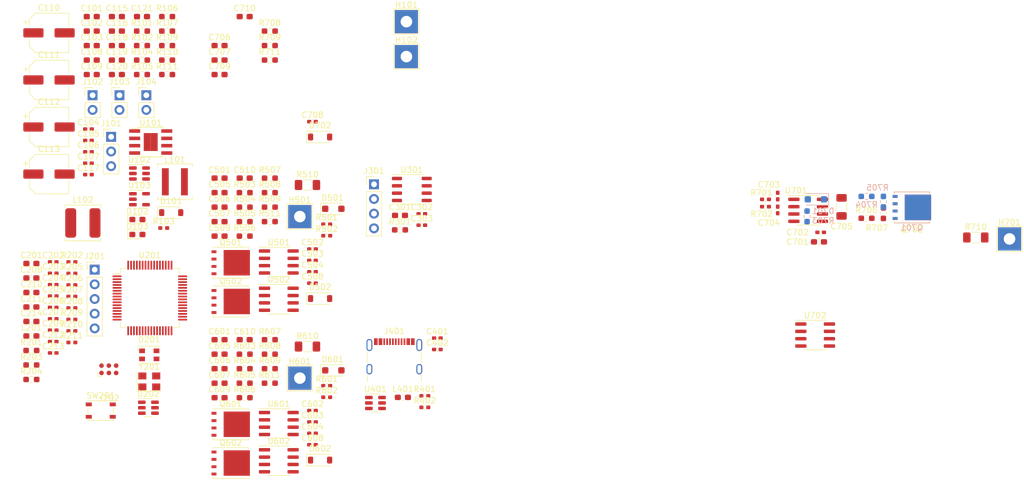
<source format=kicad_pcb>
(kicad_pcb (version 20221018) (generator pcbnew)
  (layers (0 "F.Cu" signal) (1 "In1.Cu" power) (2 "In2.Cu" power) (31 "B.Cu" signal) (34 "B.Paste" user) (35 "F.Paste" user) (36 "B.SilkS" user "B.Silkscreen") (37 "F.SilkS" user "F.Silkscreen") (38 "B.Mask" user) (39 "F.Mask" user) (44 "Edge.Cuts" user))
  (net 0 "")
  (net 1 "+BATT")
  (net 2 "GND")
  (net 3 "/Power Supply/S12_SS")
  (net 4 "Net-(C105-Pad1)")
  (net 5 "/Power Supply/S12_COMP")
  (net 6 "/Power Supply/S12_BOOT")
  (net 7 "/Power Supply/S12_PH")
  (net 8 "+12V")
  (net 9 "/Power Supply/S5_BTS")
  (net 10 "/Power Supply/S5_SW")
  (net 11 "+5VP")
  (net 12 "/Power Supply/5V_FILT")
  (net 13 "+3.3V")
  (net 14 "+3.3VA")
  (net 15 "/MCU/NRST")
  (net 16 "/MCU/VCAP1")
  (net 17 "/MCU/HSE_IN")
  (net 18 "/MCU/XTAL_IN")
  (net 19 "/MCU/TEMP")
  (net 20 "+5V")
  (net 21 "/USB/USB_VBUS")
  (net 22 "/3-Phase Bridge - Phase A/PHA_IR_HIN")
  (net 23 "/3-Phase Bridge - Phase A/PHA_IR_LIN")
  (net 24 "/3-Phase Bridge - Phase A/PHA_VB")
  (net 25 "/3-Phase Bridge - Phase A/PHA_VS")
  (net 26 "PHA_VSDIV")
  (net 27 "PHA_CF")
  (net 28 "/3-Phase Bridge - Phase B/PHB_IR_HIN")
  (net 29 "/3-Phase Bridge - Phase B/PHB_IR_LIN")
  (net 30 "/3-Phase Bridge - Phase B/PHB_VB")
  (net 31 "/3-Phase Bridge - Phase B/PHB_VS")
  (net 32 "PHB_VSDIV")
  (net 33 "PHB_CF")
  (net 34 "/3-Phase Bridge - Phase C/PHC_IR_HIN")
  (net 35 "/3-Phase Bridge - Phase C/PHC_IR_LIN")
  (net 36 "/3-Phase Bridge - Phase C/PHC_VB")
  (net 37 "/3-Phase Bridge - Phase C/PHC_VS")
  (net 38 "PHC_VSDIV")
  (net 39 "PHC_CF")
  (net 40 "/Power Supply/5V_LED_K")
  (net 41 "/Power Supply/3V3_LED_K")
  (net 42 "/MCU/RGB_R")
  (net 43 "/MCU/RGB_G")
  (net 44 "/MCU/RGB_B")
  (net 45 "/3-Phase Bridge - Phase A/PHA_VRD")
  (net 46 "/3-Phase Bridge - Phase B/PHB_VRD")
  (net 47 "/3-Phase Bridge - Phase C/PHC_VRD")
  (net 48 "/MCU/ENC_A")
  (net 49 "/MCU/ENC_B")
  (net 50 "/MCU/ENC_Z")
  (net 51 "/CAN/CANL")
  (net 52 "/CAN/CANH")
  (net 53 "/USB/USB_CC1")
  (net 54 "/USB/USB_CONN_D+")
  (net 55 "/USB/USB_CONN_D-")
  (net 57 "/USB/USB_CC2")
  (net 59 "/3-Phase Bridge - Phase A/PHA_HOUT_G")
  (net 60 "/3-Phase Bridge - Phase A/PHA_LOUT_G")
  (net 61 "/3-Phase Bridge - Phase B/PHB_HOUT_G")
  (net 62 "/3-Phase Bridge - Phase B/PHB_LOUT_G")
  (net 63 "/3-Phase Bridge - Phase C/PHC_HOUT_G")
  (net 64 "/3-Phase Bridge - Phase C/PHC_LOUT_G")
  (net 65 "/Power Supply/S12_EN")
  (net 66 "S12_VFB")
  (net 67 "/Power Supply/S5_VFB")
  (net 68 "/MCU/BOOT0")
  (net 69 "/MCU/HSE_OUT")
  (net 70 "/MCU/LED_R")
  (net 71 "/MCU/LED_G")
  (net 72 "/MCU/LED_B")
  (net 73 "/MCU/SYS_SWDCLK")
  (net 74 "/MCU/SYS_SWDIO")
  (net 75 "/MCU/SYS_SWO")
  (net 76 "PHA_HIN")
  (net 77 "PHA_LIN")
  (net 78 "/3-Phase Bridge - Phase A/PHA_HOUT")
  (net 79 "/3-Phase Bridge - Phase A/PHA_LOUT")
  (net 80 "PHA_C")
  (net 81 "PHB_HIN")
  (net 82 "PHB_LIN")
  (net 83 "/3-Phase Bridge - Phase B/PHB_HOUT")
  (net 84 "/3-Phase Bridge - Phase B/PHB_LOUT")
  (net 85 "PHB_C")
  (net 86 "PHC_HIN")
  (net 87 "PHC_LIN")
  (net 88 "/3-Phase Bridge - Phase C/PHC_HOUT")
  (net 89 "/3-Phase Bridge - Phase C/PHC_LOUT")
  (net 90 "PHC_C")
  (net 108 "USB_D-")
  (net 109 "USB_D+")
  (net 116 "CAN_RXD")
  (net 117 "CAN_TXD")
  (net 121 "/3-Phase Bridge - Phase A/PHA_PAD")
  (net 122 "/3-Phase Bridge - Phase B/PHB_PAD")
  (net 123 "/3-Phase Bridge - Phase C/PHC_PAD")
  (net 124 "/MCU/TC_SYS_SWO")
  (net 125 "/MCU/TC_SYS_SWDIO")
  (net 126 "/MCU/TC_SYS_SWDCLK")
  (net 127 "/MCU/TC_NRST")
  (footprint "Capacitor_SMD:C_0603_1608Metric_Pad1.08x0.95mm_HandSolder" (layer "F.Cu") (at 35.8527 17.8872)
    (fp_text reference "C121")
    (fp_text value "10u")
  )
  (footprint "Package_TO_SOT_SMD:TDSON-8-1" (layer "F.Cu") (at 51.2127 95.1872)
    (fp_text reference "Q602")
    (fp_text value "BSC072N08NS5")
  )
  (footprint "Capacitor_SMD:C_0402_1005Metric_Pad0.74x0.62mm_HandSolder" (layer "F.Cu") (at 65.3727 62.0772)
    (fp_text reference "C504")
    (fp_text value "100n")
  )
  (footprint "Capacitor_SMD:C_0603_1608Metric_Pad1.08x0.95mm_HandSolder" (layer "F.Cu") (at 16.7027 68.1672)
    (fp_text reference "C211")
    (fp_text value "2u2")
  )
  (footprint "Capacitor_SMD:C_0603_1608Metric_Pad1.08x0.95mm_HandSolder" (layer "F.Cu") (at 49.2827 76.3372)
    (fp_text reference "C605")
    (fp_text value "1u")
  )
  (footprint "Capacitor_SMD:C_0402_1005Metric_Pad0.74x0.62mm_HandSolder" (layer "F.Cu") (at 86.9927 73.5572)
    (fp_text reference "C401")
    (fp_text value "100n")
  )
  (footprint "TestPoint:TestPoint_THTPad_4.0x4.0mm_Drill2.0mm" (layer "F.Cu") (at 81.6356 24.8158)
    (fp_text reference "H102")
    (fp_text value "Pad")
  )
  (footprint "Capacitor_SMD:C_0402_1005Metric_Pad0.74x0.62mm_HandSolder" (layer "F.Cu") (at 145.923 51.3675 -90)
    (fp_text reference "C704")
    (fp_text value "100n")
  )
  (footprint "Package_SO:SOIC-8_3.9x4.9mm_P1.27mm" (layer "F.Cu") (at 151.195 51.435)
    (fp_text reference "U701")
    (fp_text value "IR2181S")
  )
  (footprint "Resistor_SMD:R_0603_1608Metric_Pad0.98x0.95mm_HandSolder" (layer "F.Cu") (at 53.6327 76.3372)
    (fp_text reference "R603")
    (fp_text value "30R1")
  )
  (footprint "Capacitor_SMD:C_0603_1608Metric_Pad1.08x0.95mm_HandSolder" (layer "F.Cu") (at 16.7027 65.6572)
    (fp_text reference "C210")
    (fp_text value "2u2")
  )
  (footprint "Diode_SMD:D_SOD-123F" (layer "F.Cu") (at 68.9777 51.1672)
    (fp_text reference "D501")
    (fp_text value "RB162MM-60")
  )
  (footprint "Diode_SMD:D_SOD-123" (layer "F.Cu") (at 66.6877 94.6772)
    (fp_text reference "D602")
    (fp_text value "MBR0530-TP")
  )
  (footprint "Capacitor_SMD:C_0402_1005Metric_Pad0.74x0.62mm_HandSolder" (layer "F.Cu") (at 145.923 48.9625 90)
    (fp_text reference "C703")
    (fp_text value "100n")
  )
  (footprint "Capacitor_SMD:C_0603_1608Metric_Pad1.08x0.95mm_HandSolder" (layer "F.Cu") (at 31.5027 22.9072)
    (fp_text reference "C118")
    (fp_text value "22u")
  )
  (footprint "Resistor_SMD:R_0603_1608Metric_Pad0.98x0.95mm_HandSolder" (layer "F.Cu") (at 16.7027 78.2072)
    (fp_text reference "R203")
    (fp_text value "NTC 10k")
  )
  (footprint "Capacitor_SMD:C_0402_1005Metric_Pad0.74x0.62mm_HandSolder" (layer "F.Cu") (at 20.4827 60.3672)
    (fp_text reference "C202")
    (fp_text value "100n")
  )
  (footprint "Capacitor_SMD:C_0603_1608Metric_Pad1.08x0.95mm_HandSolder" (layer "F.Cu") (at 53.6327 73.8272)
    (fp_text reference "C610")
    (fp_text value "10n")
  )
  (footprint "Package_TO_SOT_SMD:TDSON-8-1" (layer "F.Cu") (at 51.2127 60.5072)
    (fp_text reference "Q501")
    (fp_text value "BSC072N08NS5")
  )
  (footprint "Capacitor_SMD:C_0603_1608Metric_Pad1.08x0.95mm_HandSolder" (layer "F.Cu") (at 49.2827 27.9272)
    (fp_text reference "C709")
    (fp_text value "2u2")
  )
  (footprint "Resistor_SMD:R_0603_1608Metric_Pad0.98x0.95mm_HandSolder" (layer "F.Cu") (at 57.9827 45.8572)
    (fp_text reference "R507")
    (fp_text value "10k")
  )
  (footprint "Capacitor_SMD:C_0402_1005Metric_Pad0.74x0.62mm_HandSolder" (layer "F.Cu") (at 86.9927 75.5272)
    (fp_text reference "C402")
    (fp_text value "100n")
  )
  (footprint "Resistor_SMD:R_0603_1608Metric_Pad0.98x0.95mm_HandSolder" (layer "F.Cu") (at 40.2027 22.9072)
    (fp_text reference "R109")
    (fp_text value "0R5")
  )
  (footprint "Capacitor_SMD:C_1206_3216Metric_Pad1.33x1.80mm_HandSolder" (layer "F.Cu") (at 156.972 50.8385 -90)
    (fp_text reference "C705")
    (fp_text value "1u")
  )
  (footprint "Resistor_SMD:R_0402_1005Metric_Pad0.72x0.64mm_HandSolder" (layer "F.Cu") (at 39.6127 54.4972)
    (fp_text reference "R103")
    (fp_text value "56k2")
  )
  (footprint "Package_TO_SOT_SMD:SOT-23-6" (layer "F.Cu") (at 76.2727 84.7872)
    (fp_text reference "U401")
    (fp_text value "USBLC6-2SC6")
  )
  (footprint "Capacitor_SMD:C_0603_1608Metric_Pad1.08x0.95mm_HandSolder" (layer "F.Cu") (at 16.7027 63.1472)
    (fp_text reference "C208")
    (fp_text value "1u")
  )
  (footprint "Resistor_SMD:R_0402_1005Metric_Pad0.72x0.64mm_HandSolder" (layer "F.Cu") (at 23.7127 72.3172)
    (fp_text reference "R210")
    (fp_text value "50")
  )
  (footprint "Resistor_SMD:R_0603_1608Metric_Pad0.98x0.95mm_HandSolder" (layer "F.Cu") (at 35.8527 20.3972)
    (fp_text reference "R101")
    (fp_text value "681k")
  )
  (footprint "Capacitor_SMD:C_0402_1005Metric_Pad0.74x0.62mm_HandSolder" (layer "F.Cu") (at 20.4827 76.1272)
    (fp_text reference "C213")
    (fp_text value "10p")
  )
  (footprint "Resistor_SMD:R_0603_1608Metric_Pad0.98x0.95mm_HandSolder" (layer "F.Cu") (at 16.7027 80.7172)
    (fp_text reference "R204")
    (fp_text value "10k")
  )
  (footprint "Resistor_SMD:R_0402_1005Metric_Pad0.72x0.64mm_HandSolder" (layer "F.Cu") (at 143.8015 50.8)
    (fp_text reference "R702")
    (fp_text value "0R")
  )
  (footprint "Resistor_SMD:R_0402_1005Metric_Pad0.72x0.64mm_HandSolder" (layer "F.Cu") (at 143.8015 49.53)
    (fp_text reference "R701")
    (fp_text value "0R")
  )
  (footprint "TestPoint:TestPoint_THTPad_4.0x4.0mm_Drill2.0mm" (layer "F.Cu") (at 81.6356 18.7658)
    (fp_text reference "H101")
    (fp_text value "Pad")
  )
  (footprint "Package_TO_SOT_SMD:TDSON-8-1" (layer "F.Cu") (at 169.149 50.927)
    (fp_text reference "Q702")
    (fp_text value "BSC072N08NS5")
  )
  (footprint "Capacitor_SMD:C_0603_1608Metric_Pad1.08x0.95mm_HandSolder" (layer "F.Cu") (at 153.0615 56.896)
    (fp_text reference "C701")
    (fp_text value "2u2")
  )
  (footprint "Capacitor_SMD:C_0402_1005Metric_Pad0.74x0.62mm_HandSolder" (layer "F.Cu") (at 65.3727 92.0172)
    (fp_text reference "C608")
    (fp_text value "DNP")
  )
  (footprint "Inductor_SMD:L_0603_1608Metric_Pad1.05x0.95mm_HandSolder" (layer "F.Cu") (at 16.7027 73.1872)
    (fp_text reference "L201")
    (fp_text value "WE742792625")
  )
  (footprint "Resistor_SMD:R_0402_1005Metric_Pad0.72x0.64mm_HandSolder" (layer "F.Cu") (at 23.7127 70.3272)
    (fp_text reference "R209")
    (fp_text value "50")
  )
  (footprint "Capacitor_SMD:CP_Elec_6.3x7.7" (layer "F.Cu") (at 19.7527 28.8572)
    (fp_text reference "C111")
    (fp_text value "100u")
  )
  (footprint "Resistor_SMD:R_0603_1608Metric_Pad0.98x0.95mm_HandSolder" (layer "F.Cu") (at 35.8527 22.9072)
    (fp_text reference "R102")
    (fp_text value "82k5")
  )
  (footprint "Resistor_SMD:R_1206_3216Metric_Pad1.30x1.75mm_HandSolder" (layer "F.Cu") (at 64.5027 47.0472)
    (fp_text reference "R510")
    (fp_text value "0.001")
  )
  (footprint "Resistor_SMD:R_0603_1608Metric_Pad0.98x0.95mm_HandSolder" (layer "F.Cu") (at 57.9827 73.8272)
    (fp_text reference "R607")
    (fp_text value "10k")
  )
  (footprint "Connector_PinHeader_2.54mm:PinHeader_1x05_P2.54mm_Vertical" (layer "F.Cu") (at 27.6627 61.7072)
    (fp_text reference "J201")
    (fp_text value "Conn_01x05_Pin")
  )
  (footprint "Resistor_SMD:R_0402_1005Metric_Pad0.72x0.64mm_HandSolder" (layer "F.Cu") (at 23.7127 66.3472)
    (fp_text reference "R207")
    (fp_text value "20")
  )
  (footprint "Capacitor_SMD:C_0603_1608Metric_Pad1.08x0.95mm_HandSolder" (layer "F.Cu") (at 31.5027 27.9272)
    (fp_text reference "C120")
    (fp_text value "10u")
  )
  (footprint "Resistor_SMD:R_0603_1608Metric_Pad0.98x0.95mm_HandSolder" (layer "F.Cu") (at 164.217 51.9195 -90)
    (fp_text reference "R707")
    (fp_text value "10k")
  )
  (footprint "Capacitor_SMD:C_0402_1005Metric_Pad0.74x0.62mm_HandSolder" (layer "F.Cu") (at 65.3727 90.0472)
    (fp_text reference "C604")
    (fp_text value "100n")
  )
  (footprint "Resistor_SMD:R_0603_1608Metric_Pad0.98x0.95mm_HandSolder" (layer "F.Cu") (at 57.9827 22.9072)
    (fp_text reference "R709")
    (fp_text value "2k2")
  )
  (footprint "Capacitor_SMD:C_0603_1608Metric_Pad1.08x0.95mm_HandSolder" (layer "F.Cu") (at 49.2827 53.3872)
    (fp_text reference "C507")
    (fp_text value "2u2")
  )
  (footprint "Capacitor_SMD:C_0603_1608Metric_Pad1.08x0.95mm_HandSolder" (layer "F.Cu") (at 80.5227 52.3072)
    (fp_text reference "C301")
    (fp_text value "2u2")
  )
  (footprint "LED_SMD:LED_Cree-PLCC4_3.2x2.8mm_CCW" (layer "F.Cu") (at 37.1127 76.4572)
    (fp_text reference "D201")
    (fp_text value "CLV1L-FKB")
  )
  (footprint "Connector_PinHeader_2.54mm:PinHeader_1x03_P2.54mm_Vertical" (layer "F.Cu") (at 30.5127 38.7072)
    (fp_text reference "J101")
    (fp_text value "Conn_01x03_Pin")
  )
  (footprint "Package_SO:SOIC-8_3.9x4.9mm_P1.27mm" (layer "F.Cu") (at 152.4 73.025)
    (fp_text reference "U702")
    (fp_text value "AD8418")
  )
  (footprint "Connector_PinHeader_2.54mm:PinHeader_1x02_P2.54mm_Vertical" (layer "F.Cu") (at 31.9527 31.5072)
    (fp_text reference "J103")
    (fp_text value "Conn_01x02_Pin")
  )
  (footprint "Capacitor_SMD:C_0603_1608Metric_Pad1.08x0.95mm_HandSolder" (layer "F.Cu") (at 27.1527 27.9272)
    (fp_text reference "C109")
    (fp_text value "22u")
  )
  (footprint "Capacitor_SMD:C_0402_1005Metric_Pad0.74x0.62mm_HandSolder" (layer "F.Cu") (at 20.4827 72.1872)
    (fp_text reference "C209")
    (fp_text value "100n")
  )
  (footprint "Connector_PinHeader_2.54mm:PinHeader_1x04_P2.54mm_Vertical" (layer "F.Cu") (at 76.0227 46.9272)
    (fp_text reference "J301")
    (fp_text value "Conn_01x04_Male")
  )
  (footprint "Resistor_SMD:R_0402_1005Metric_Pad0.72x0.64mm_HandSolder" (layer "F.Cu") (at 23.7127 74.3072)
    (fp_text reference "R211")
    (fp_text value "50")
  )
  (footprint "Connector:Tag-Connect_TC2030-IDC-FP_2x03_P1.27mm_Vertical" (layer "F.Cu") (at 30.1127 78.9572)
    (fp_text reference "J202")
    (fp_text value "SWD TagConnect")
  )
  (footprint "Resistor_SMD:R_0402_1005Metric_Pad0.72x0.64mm_HandSolder" (layer "F.Cu") (at 67.8327 83.7972)
    (fp_text reference "R602")
    (fp_text value "0R")
  )
  (footprint "Button_Switch_SMD:SW_SPST_PTS810" (layer "F.Cu") (at 28.7127 86.1072)
    (fp_text reference "SW201")
    (fp_text value "PTS810 SJK")
  )
  (footprint "Resistor_SMD:R_0603_1608Metric_Pad0.98x0.95mm_HandSolder" (layer "F.Cu") (at 53.6327 78.8472)
    (fp_text reference "R604")
    (fp_text value "4R7")
  )
  (footprint "Capacitor_SMD:C_0603_1608Metric_Pad1.08x0.95mm_HandSolder" (layer "F.Cu") (at 27.1527 20.3972)
    (fp_text reference "C102")
    (fp_text value "10u")
  )
  (footprint "Capacitor_SMD:C_0402_1005Metric_Pad0.74x0.62mm_HandSolder" (layer "F.Cu") (at 153.3565 55.245)
    (fp_text reference "C702")
    (fp_text value "100n")
  )
  (footprint "Capacitor_SMD:C_0603_1608Metric_Pad1.08x0.95mm_HandSolder" (layer "F.Cu") (at 16.7027 70.6772)
    (fp_text reference "C214")
    (fp_text value "1u")
  )
  (footprint "Resistor_SMD:R_0603_1608Metric_Pad0.98x0.95mm_HandSolder" (layer "F.Cu") (at 53.6327 53.3872)
    (fp_text reference "R505")
    (fp_text value "10k")
  )
  (footprint "Capacitor_SMD:C_0603_1608Metric_Pad1.08x0.95mm_HandSolder" (layer "F.Cu") (at 49.2827 25.4172)
    (fp_text reference "C707")
    (fp_text value "2u2")
  )
  (footprint "Capacitor_SMD:C_0402_1005Metric_Pad0.74x0.62mm_HandSolder" (layer "F.Cu") (at 65.3727 86.1072)
    (fp_text reference "C602")
    (fp_text value "100n")
  )
  (footprint "Capacitor_SMD:C_0402_1005Metric_Pad0.74x0.62mm_HandSolder" (layer "F.Cu") (at 20.4827 66.2772)
    (fp_text reference "C205")
    (fp_text value "100n")
  )
  (footprint "Inductor_SMD:L_TDK_VLS6045EX_VLS6045AF" (layer "F.Cu") (at 25.6114 53.6194)
    (fp_text reference "L102")
    (fp_text value "4u7")
  )
  (footprint "Capacitor_SMD:C_0603_1608Metric_Pad1.08x0.95mm_HandSolder" (layer "F.Cu") (at 31.5027 20.3972)
    (fp_text reference "C116")
    (fp_text value "2u2")
  )
  (footprint "Capacitor_SMD:C_0603_1608Metric_Pad1.08x0.95mm_HandSolder" (layer "F.Cu") (at 31.5027 25.4172)
    (fp_text reference "C119")
    (fp_text value "22u")
  )
  (footprint "Resistor_SMD:R_0402_1005Metric_Pad0.72x0.64mm_HandSolder" (layer "F.Cu") (at 84.8227 85.5472)
    (fp_text reference "R402")
    (fp_text value "5k1")
  )
  (footprint "Capacitor_SMD:C_0402_1005Metric_Pad0.74x0.62mm_HandSolder" (layer "F.Cu") (at 20.4827 62.3372)
    (fp_text reference "C203")
    (fp_text value "100n")
  )
  (footprint "Package_TO_SOT_SMD:SOT-23-6" (layer "F.Cu") (at 35.4127 45.0572)
    (fp_text reference "U102")
    (fp_text value "TPS561208D")
  )
  (footprint "Package_SO:TI_SO-PowerPAD-8" (layer "F.Cu") (at 37.3627 39.6072)
    (fp_text reference "U101")
    (fp_text value "TPS54332D")
  )
  (footprint "Resistor_SMD:R_0603_1608Metric_Pad0.98x0.95mm_HandSolder" (layer "F.Cu") (at 35.8527 27.9272)
    (fp_text reference "R105")
    (fp_text value "732")
  )
  (footprint "Resistor_SMD:R_0603_1608Metric_Pad0.98x0.95mm_HandSolder" (layer "F.Cu") (at 80.5227 54.8172)
    (fp_text reference "R301")
    (fp_text value "120")
  )
  (footprint "TestPoint:TestPoint_THTPad_4.0x4.0mm_Drill2.0mm" (layer "F.Cu") (at 186.055 56.388)
    (fp_text reference "H701")
    (fp_text value "Pad")
  )
  (footprint "Resistor_SMD:R_0402_1005Metric_Pad0.72x0.64mm_HandSolder" (layer "F.Cu") (at 67.8327 81.8072)
    (fp_text reference "R601")
    (fp_text value "0R")
  )
  (footprint "Capacitor_SMD:C_0603_1608Metric_Pad1.08x0.95mm_HandSolder" (layer "F.Cu") (at 53.6327 17.8872)
    (fp_text reference "C710")
    (fp_text value "10n")
  )
  (footprint "Resistor_SMD:R_0402_1005Metric_Pad0.72x0.64mm_HandSolder" (layer "F.Cu") (at 23.7127 64.3572)
    (fp_text reference "R206")
    (fp_text value "20")
  )
  (footprint "Resistor_SMD:R_0603_1608Metric_Pad0.98x0.95mm_HandSolder" (layer "F.Cu") (at 53.6327 83.8672)
    (fp_text reference "R606")
    (fp_text value "4R7")
  )
  (footprint "Capacitor_SMD:C_0402_1005Metric_Pad0.74x0.62mm_HandSolder" (layer "F.Cu") (at 65.3727 60.1072)
    (fp_text reference "C503")
    (fp_text value "100n")
  )
  (footprint "Capacitor_SMD:C_0603_1608Metric_Pad1.08x0.95mm_HandSolder" (layer "F.Cu") (at 27.1527 25.4172)
    (fp_text reference "C108")
    (fp_text value "22u")
  )
  (footprint "Package_QFP:LQFP-64_10x10mm_P0.5mm" (layer "F.Cu") (at 37.2127 66.6072)
    (fp_text reference "U201")
    (fp_text value "STM32F446RETx")
  )
  (footprint "Package_SO:SOIC-8_3.9x4.9mm_P1.27mm" (layer "F.Cu") (at 59.5427 60.3772)
    (fp_text reference "U501")
    (fp_text value "IR2181S")
  )
  (footprint "Resistor_SMD:R_0603_1608Metric_Pad0.98x0.95mm_HandSolder" (layer "F.Cu") (at 57.9827 78.8472)
    (fp_text reference "R609")
    (fp_text value "2k2")
  )
  (footprint "Resistor_SMD:R_0603_1608Metric_Pad0.98x0.95mm_HandSolder" (layer "F.Cu") (at 57.9827 20.3972)
    (fp_text reference "R708")
    (fp_text value "17k8")
  )
  (footprint "Capacitor_SMD:C_0603_1608Metric_Pad1.08x0.95mm_HandSolder" (layer "F.Cu") (at 49.2827 73.8272)
    (fp_text reference "C601")
    (fp_text value "2u2")
  )
  (footprint "Capacitor_SMD:C_0603_1608Metric_Pad1.08x0.95mm_HandSolder" (layer "F.Cu") (at 49.2827 78.8472)
    (fp_text reference "C606")
    (fp_text value "22u")
  )
  (footprint "Resistor_SMD:R_0603_1608Metric_Pad0.98x0.95mm_HandSolder" (layer "F.Cu") (at 53.6327 48.3672)
    (fp_text reference "R503")
    (fp_text value "30R1")
  )
  (footprint "Capacitor_SMD:C_0603_1608Metric_Pad1.08x0.95mm_HandSolder" (layer "F.Cu") (at 49.2827 45.8572)
    (fp_text reference "C501")
    (fp_text value "2u2")
  )
  (footprint "Resistor_SMD:R_0402_1005Metric_Pad0.72x0.64mm_HandSolder" (layer "F.Cu") (at 23.7127 68.3372)
    (fp_text reference "R208")
    (fp_text value "50")
  )
  (footprint "Resistor_SMD:R_0402_1005Metric_Pad0.72x0.64mm_HandSolder" (layer "F.Cu") (at 23.7127 62.3672)
    (fp_text reference "R205")
    (fp_text value "150")
  )
  (footprint "Resistor_SMD:R_0603_1608Metric_Pad0.98x0.95mm_HandSolder" (layer "F.Cu") (at 16.7027 75.6972)
    (fp_text reference "R201")
    (fp_text value "10k")
  )
  (footprint "Connector_PinHeader_2.54mm:PinHeader_1x02_P2.54mm_Vertical" (layer "F.Cu") (at 36.6027 31.5072)
    (fp_text reference "J104")
    (fp_text value "Conn_01x02_Pin")
  )
  (footprint "TestPoint:TestPoint_THTPad_4.0x4.0mm_Drill2.0mm" (layer "F.Cu") (at 63.1827 80.4872)
    (fp_text reference "H601")
    (fp_text value "Pad")
  )
  (footprint "Resistor_SMD:R_0603_1608Metric_Pad0.98x0.95mm_HandSolder" (layer "F.Cu") (at 40.2027 17.8872)
    (fp_text reference "R106")
    (fp_text value "54k9")
  )
  (footprint "Package_TO_SOT_SMD:TDSON-8-1" (layer "F.Cu") (at 51.2127 67.2172)
    (fp_text reference "Q502")
    (fp_text value "BSC072N08NS5")
  )
  (footprint "Capacitor_SMD:C_0603_1608Metric_Pad1.08x0.95mm_HandSolder" (layer "F.Cu") (at 49.2827 83.8672)
    (fp_text reference "C609")
    (fp_text value "2u2")
  )
  (footprint "Resistor_SMD:R_0603_1608Metric_Pad0.98x0.95mm_HandSolder" (layer "F.Cu") (at 57.9827 53.3872)
    (fp_text reference "R511")
    (fp_text value "100")
  )
  (footprint "Resistor_SMD:R_0603_1608Metric_Pad0.98x0.95mm_HandSolder" (layer "F.Cu") (at 57.9827 50.8772)
    (fp_text reference "R509")
    (fp_text value "2k2")
  )
  (footprint "Capacitor_SMD:C_0402_1005Metric_Pad0.74x0.62mm_HandSolder" (layer "F.Cu") (at 26.5827 43.2772)
    (fp_text reference "C107")
    (fp_text value "100n")
  )
  (footprint "Capacitor_SMD:C_0402_1005Metric_Pad0.74x0.62mm_HandSolder" (layer "F.Cu") (at 20.4827 74.1572)
    (fp_text reference "C212")
    (fp_text value "10p")
  )
  (footprint "Connector_USB:USB_C_Receptacle_GCT_USB4105-xx-A_16P_TopMnt_Horizontal" (layer "F.Cu") (at 79.5427 77.8572)
    (fp_text reference "J401")
    (fp_text value "USB_C_Receptacle")
  )
  (footprint "Capacitor_SMD:C_0402_1005Metric_Pad0.74x0.62mm_HandSolder" (layer "F.Cu") (at 65.3727 58.1372)
    (fp_text reference "C502")
    (fp_text value "100n")
  )
  (footprint "Capacitor_SMD:C_0402_1005Metric_Pad0.74x0.62mm_HandSolder" (layer "F.Cu") (at 20.4827 68.2472)
    (fp_text reference "C206")
    (fp_text value "100n")
  )
  (footprint "Capacitor_SMD:C_0603_1608Metric_Pad1.08x0.95mm_HandSolder" (layer "F.Cu") (at 27.1527 22.9072)
    (fp_text reference "C103")
    (fp_text value "2u2")
  )
  (footprint "Capacitor_SMD:C_0402_1005Metric_Pad0.74x0.62mm_HandSolder" (layer "F.Cu") (at 84.3027 54.0072)
    (fp_text reference "C303")
    (fp_text value "100n")
  )
  (footprint "Inductor_SMD:L_0603_1608Metric_Pad1.05x0.95mm_HandSolder" (layer "F.Cu") (at 81.0227 83.8172)
    (fp_text reference "L401")
    (fp_text value "WE742792625")
  )
  (footprint "Capacitor_SMD:CP_Elec_6.3x7.7" (layer "F.Cu") (at 19.7527 20.7072)
    (fp_text reference "C110")
    (fp_text value "100u")
  )
  (footprint "Capacitor_SMD:C_0603_1608Metric_Pad1.08x0.95mm_HandSolder" (layer "F.Cu") (at 49.2827 50.8772)
    (fp_text reference "C506")
    (fp_text value "22u")
  )
  (footprint "Capacitor_SMD:C_0402_1005Metric_Pad0.74x0.62mm_HandSolder" (layer "F.Cu") (at 20.4827 70.2172)
    (fp_text reference "C207")
    (fp_text value "100n")
  )
  (footprint "Capacitor_SMD:C_0402_1005Metric_Pad0.74x0.62mm_HandSolder" (layer "F.Cu") (at 26.5827 41.3072)
    (fp_text reference "C106")
    (fp_text value "6p8")
  )
  (footprint "Resistor_SMD:R_0402_1005Metric_Pad0.72x0.64mm_HandSolder" (layer "F.Cu") (at 23.7127 60.3772)
    (fp_text reference "R202")
    (fp_text value "150")
  )
  (footprint "Capacitor_SMD:C_0402_1005Metric_Pad0.74x0.62mm_HandSolder" (layer "F.Cu") (at 26.5827 45.2472)
    (fp_text reference "C117")
    (fp_text value "100n")
  )
  (footprint "Crystal:Crystal_SMD_SeikoEpson_FA238V-4Pin_3.2x2.5mm" (layer "F.Cu") (at 37.1127 81.0572)
    (fp_text reference "Y201")
    (fp_text value "16MHz")
  )
  (footprint "Resistor_SMD:R_1206_3216Metric_Pad1.30x1.75mm_HandSolder" (layer "F.Cu") (at 180.213 56.134)
    (fp_text reference "R710")
    (fp_text value "0.001")
  )
  (footprint "Package_SO:SOIC-8_3.9x4.9mm_P1.27mm" (layer "F.Cu") (at 59.5427 94.7972)
    (fp_text reference "U602")
    (fp_text value "AD8418")
  )
  (footprint "Capacitor_SMD:C_0402_1005Metric_Pad0.74x0.62mm_HandSolder" (layer "F.Cu") (at 26.5827 37.3672)
    (fp_text reference "C104")
    (fp_text value "8n2")
  )
  (footprint "Diode_SMD:D_SOD-123" (layer "F.Cu") (at 40.9077 51.8272)
    (fp_text reference "D101")
    (fp_text value "B340LB-13-F")
  )
  (footprint "Capacitor_SMD:C_0603_1608Metric_Pad1.08x0.95mm_HandSolder" (layer "F.Cu") (at 53.6327 45.8572)
    (fp_text reference "C510")
    (fp_text value "10n")
  )
  (footprint "Capacitor_SMD:C_0402_1005Metric_Pad0.74x0.62mm_HandSolder" (layer "F.Cu") (at 65.3727 64.0472)
    (fp_text reference "C508")
    (fp_text value "DNP")
  )
  (footprint "Package_SO:SO-8_3.9x4.9mm_P1.27mm" (layer "F.Cu") (at 82.5727 47.8272)
    (fp_text reference "U301")
    (fp_text value "TJA1441AT")
  )
  (footprint "Capacitor_SMD:C_0603_1608Metric_Pad1.08x0.95mm_HandSolder" (layer "F.Cu") (at 49.2827 55.8972)
    (fp_text reference "C509")
    (fp_text value "2u2")
  )
  (footprint "Diode_SMD:D_SOD-123F" (layer "F.Cu") (at 68.9777 79.1372)
    (fp_text reference "D601")
    (fp_text value "RB162MM-60")
  )
  (footprint "Resistor_SMD:R_0603_1608Metric_Pad0.98x0.95mm_HandSolder" (layer "F.Cu") (at 40.2027 27.9272)
    (fp_text reference "R111")
    (fp_text value "2k4")
  )
  (footprint "Capacitor_SMD:C_0402_1005Metric_Pad0.74x0.62mm_HandSolder" (layer "F.Cu") (at 84.3027 52.0372)
    (fp_text reference "C302")
    (fp_text value "100n")
  )
  (footprint "Resistor_SMD:R_0603_1608Metric_Pad0.98x0.95mm_HandSolder" (layer "F.Cu") (at 40.2027 25.4172)
    (fp_text reference "R110")
    (fp_text value "1k")
  )
  (footprint "Resistor_SMD:R_0603_1608Metric_Pad0.98x0.95mm_HandSolder" (layer "F.Cu") (at 40.2027 20.3972)
    (fp_text reference "R107")
    (fp_text value "10k")
  )
  (footprint "Capacitor_SMD:C_0603_1608Metric_Pad1.08x0.95mm_HandSolder" (layer "F.Cu") (at 27.1527 17.8872)
    (fp_text reference "C101")
    (fp_text value "22u")
  )
  (footprint "Resistor_SMD:R_0402_1005Metric_Pad0.72x0.64mm_HandSolder" (layer "F.Cu") (at 84.8227 83.5572)
    (fp_text reference "R401")
    (fp_text value "5k1")
  )
  (footprint "Capacitor_SMD:CP_Elec_6.3x7.7" (layer "F.Cu") (at 19.7527 45.1572)
    (fp_text reference "C113")
    (fp_text value "100u")
  )
  (footprint "Diode_SMD:D_SOD-123" (layer "F.Cu") (at 66.6877 38.7372)
    (fp_text reference "D702")
    (fp_text value "MBR0530-TP")
  )
  (footprint "Resistor_SMD:R_0402_1005Metric_Pad0.72x0.64mm_HandSolder" (layer "F.Cu") (at 67.8327 55.8272)
    (fp_text reference "R502")
    (fp_text value "0R")
  )
  (footprint "Package_SO:SOIC-8_3.9x4.9mm_P1.27mm" (layer "F.Cu") (at 59.5427 66.8272)
    (fp_text reference "U502")
    (fp_text value "AD8418")
  )
  (footprint "Diode_SMD:D_SOD-123" (layer "F.Cu") (at 66.6877 66.7072)
    (fp_text reference "D502")
    (fp_text value "MBR0530-TP")
  )
  (footprint "Resistor_SMD:R_0603_1608Metric_Pad0.98x0.95mm_HandSolder" (layer "F.Cu") (at 53.6327 50.8772)
    (fp_text reference "R504")
    (fp_text value "4R7")
  )
  (footprint "TestPoint:TestPoint_THTPad_4.0x4.0mm_Drill2.0mm" (layer "F.Cu") (at 63.1827 52.5172)
    (fp_text reference "H501")
    (fp_text value "Pad")
  )
  (footprint "LED_SMD:LED_0603_1608Metric_Pad1.05x0.95mm_HandSolder" (layer "F.Cu") (at 35.0577 55.6172)
    (fp_text reference "D103")
    (fp_text value "GREEN")
  )
  (footprint "Resistor_SMD:R_0603_1608Metric_Pad0.98x0.95mm_HandSolder" (layer "F.Cu") (at 57.9827 25.4172)
    (fp_text reference "R711")
    (fp_text value "100")
  )
  (footprint "Package_TO_SOT_SMD:SOT-23-5" (layer "F.Cu") (at 35.4127 49.5072)
    (fp_text reference "U103")
    (fp_text value "TLV75533PDBV")
  )
  (footprint "Connector_PinHeader_2.54mm:PinHeader_1x02_P2.54mm_Vertical" (layer "F.Cu") (at 27.3027 31.5072)
    (fp_text reference "J102")
    (fp_text value "Conn_01x02_Pin")
  )
  (footprint "Resistor_SMD:R_0402_1005Metric_Pad0.72x0.64mm_HandSolder" (layer "F.Cu") (at 67.8327 53.8372)
    (fp_text reference "R501")
    (fp_text value "0R")
  )
  (footprint "Package_TO_SOT_SMD:SOT-23-6" (layer "F.Cu") (at 36.9627 85.6072)
    (fp_text reference "D202")
    (fp_text value "ESDA6V1-5SC6")
  )
  (footprint "Resistor_SMD:R_0603_1608Metric_Pad0.98x0.95mm_HandSolder" (layer "F.Cu") (at 57.9827 76.3372)
    (fp_text reference "R608")
    (fp_text value "17k8")
  )
  (footprint "Capacitor_SMD:C_0603_1608Metric_Pad1.08x0.95mm_HandSolder" (layer "F.Cu") (at 16.7027 60.6372)
    (fp_text reference "C201")
    (fp_text value "10u")
  )
  (footprint "Package_TO_SOT_SMD:TDSON-8-1" (layer "F.Cu") (at 51.2127 88.4772)
    (fp_text reference "Q601")
    (fp_text value "BSC072N08NS5")
  )
  (footprint "Capacitor_SMD:C_0603_1608Metric_Pad1.08x0.95mm_HandSolder" (layer "F.Cu") (at 49.2827 22.9072)
    (fp_text reference "C706")
    (fp_text value "22u")
  )
  (footprint "Resistor_SMD:R_0603_1608Metric_Pad0.98x0.95mm_HandSolder" (layer "F.Cu") (at 161.296 52.8085)
    (fp_text reference "R706")
    (fp_text value "4R7")
  )
  (footprint "Resistor_SMD:R_0603_1608Metric_Pad0.98x0.95mm_HandSolder" (layer "F.Cu") (at 57.9827 81.3572)
    (fp_text reference "R611")
    (fp_text value "100")
  )
  (footprint "Capacitor_SMD:C_0402_1005Metric_Pad0.74x0.62mm_HandSolder" (layer "F.Cu") (at 20.4827 64.3072)
    (fp_text reference "C204")
    (fp_text value "100n")
  )
  (footprint "Resistor_SMD:R_0603_1608Metric_Pad0.98x0.95mm_HandSolder" (layer "F.Cu") (at 35.8527 25.4172)
    (fp_text reference "R104")
    (fp_text value "10k2")
  )
  (footprint "Capacitor_SMD:CP_Elec_6.3x7.7" (layer "F.Cu") (at 19.7527 37.0072)
    (fp_text reference "C112")
    (fp_text value "100u")
  )
  (footprint "LED_SMD:LED_0603_1608Metric_Pad1.05x0.95mm_HandSolder" (layer "F.Cu") (at 35.0577 53.0272)
    (fp_text reference "D102")
    (fp_text value "GREEN")
  )
  (footprint "Resistor_SMD:R_1206_3216Metric_Pad1.30x1.75mm_HandSolder" (layer "F.Cu") (at 64.5027 75.0172)
    (fp_text reference "R610")
    (fp_text value "0.001")
  )
  (footprint "Package_SO:SOIC-8_3.9x4.9mm_P1.27mm" (layer "F.Cu") (at 59.5427 88.3472)
    (fp_text reference "U601")
    (fp_text value "IR2181S")
  )
  (footprint "Capacitor_SMD:C_0402_1005Metric_Pad0.74x0.62mm_HandSolder" (layer "F.Cu") (at 65.3727 36.0772)
    (fp_text reference "C708")
    (fp_text value "DNP")
  )
  (footprint "Inductor_SMD:L_Coilcraft_XAL5050-XXX" (layer "F.Cu") (at 41.5477 46.4922)
    (fp_text reference "L101")
    (fp_text value "8u2")
  )
  (footprint "Resistor_SMD:R_0603_1608Metric_Pad0.98x0.95mm_HandSolder" (layer "F.Cu") (at 53.6327 81.3572)
    (fp_text reference "R605")
    (fp_text value "10k")
  )
  (footprint "Capacitor_SMD:C_0402_1005Metric_Pad0.74x0.62mm_HandSolder" (layer "F.Cu") (at 26.5827 39.3372)
    (fp_text reference "C105")
    (fp_text value "1n")
  )
  (footprint "Resistor_SMD:R_0603_1608Metric_Pad0.98x0.95mm_HandSolder" (layer "F.Cu") (at 53.6327 55.8972)
    (fp_text reference "R506")
    (fp_text value "4R7")
  )
  (footprint "Resistor_SMD:R_0603_1608Metric_Pad0.98x0.95mm_HandSolder" (layer "F.Cu") (at 57.9827 48.3672)
    (fp_text reference "R508")
    (fp_text value "17k8")
  )
  (footprint "Capacitor_SMD:C_0402_1005Metric_Pad0.74x0.62mm_HandSolder" (layer "F.Cu") (at 65.3727 88.0772)
    (fp_text reference "C603")
    (fp_text value "100n")
  )
  (footprint "Capacitor_SMD:C_0603_1608Metric_Pad1.08x0.95mm_HandSolder" (layer "F.Cu") (at 49.2827 81.3572)
    (fp_text reference "C607")
    (fp_text value "2u2")
  )
  (footprint "Capacitor_SMD:C_0603_1608Metric_Pad1.08x0.95mm_HandSolder" (layer "F.Cu") (at 49.2827 48.3672)
    (fp_text reference "C505")
    (fp_text value "1u")
  )
  (footprint "Capacitor_SMD:C_0603_1608Metric_Pad1.08x0.95mm_HandSolder" (layer "F.Cu") (at 31.5027 17.8872)
    (fp_text reference "C115")
    (fp_text value "22u")
  )
  (footprint "Package_TO_SOT_SMD:TDSON-8-1" (layer "B.Cu") (at 169.149 50.927)
    (fp_text reference "Q701")
    (fp_text value "BSC072N08NS5")
  )
  (footprint "Resistor_SMD:R_0603_1608Metric_Pad0.98x0.95mm_HandSolder" (layer "B.Cu") (at 164.217 49.9345 90)
    (fp_text reference "R705")
    (fp_text value "10k")
  )
  (footprint "Diode_SMD:D_SOD-123F" (layer "B.Cu") (at 152.527 49.53 180)
    (fp_text reference "D701")
    (fp_text value "RB162MM-60")
  )
  (footprint "Resistor_SMD:R_0603_1608Metric_Pad0.98x0.95mm_HandSolder" (layer "B.Cu") (at 161.296 49.022)
    (fp_text reference "R704")
    (fp_text value "4R7")
  )
  (footprint "Resistor_SMD:R_0603_1608Metric_Pad0.98x0.95mm_HandSolder" (layer "B.Cu") (at 151.003 52.4745 90)
    (fp_text reference "R703")
    (fp_text value "30R1")
  )
)
</source>
